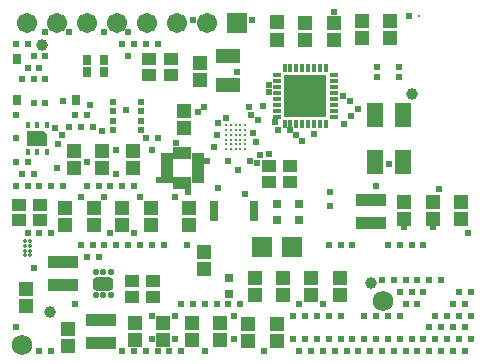
<source format=gbr>
%TF.GenerationSoftware,Altium Limited,Altium Designer,21.9.1 (22)*%
G04 Layer_Color=8388736*
%FSLAX45Y45*%
%MOMM*%
%TF.SameCoordinates,430BEF64-33ED-46D9-BD69-C1E45A4CD6A6*%
%TF.FilePolarity,Negative*%
%TF.FileFunction,Soldermask,Top*%
%TF.Part,Single*%
G01*
G75*
%TA.AperFunction,SMDPad,CuDef*%
%ADD21R,0.80000X1.70000*%
%ADD26R,0.40000X0.55000*%
%ADD28R,0.57247X0.61535*%
%ADD30R,0.70000X0.65000*%
%TA.AperFunction,ViaPad*%
%ADD55C,0.30000*%
%TA.AperFunction,SMDPad,CuDef*%
%ADD65C,0.60320*%
%TA.AperFunction,ViaPad*%
%ADD66C,1.00320*%
%ADD67C,1.72720*%
%TA.AperFunction,ComponentPad*%
%ADD68C,1.70320*%
%ADD69R,1.70320X1.70320*%
%TA.AperFunction,ViaPad*%
%ADD70C,0.60320*%
%ADD71C,0.40320*%
%TA.AperFunction,SMDPad,CuDef*%
%ADD77R,1.15320X1.00320*%
%ADD78O,0.74000X0.39000*%
%ADD79O,0.39000X0.74000*%
%ADD80R,3.65320X3.65320*%
%ADD81R,1.12820X0.50320*%
%ADD82R,0.50320X1.00320*%
%TA.AperFunction,BGAPad,CuDef*%
%ADD83C,0.33000*%
%TA.AperFunction,SMDPad,CuDef*%
%ADD84R,1.40320X2.00320*%
%ADD85R,2.00320X1.20320*%
%ADD86R,0.80320X0.90320*%
%ADD87R,1.70320X1.70320*%
G04:AMPARAMS|DCode=88|XSize=1.14mm|YSize=1.74mm|CornerRadius=0.32mm|HoleSize=0mm|Usage=FLASHONLY|Rotation=90.000|XOffset=0mm|YOffset=0mm|HoleType=Round|Shape=RoundedRectangle|*
%AMROUNDEDRECTD88*
21,1,1.14000,1.10000,0,0,90.0*
21,1,0.50000,1.74000,0,0,90.0*
1,1,0.64000,0.55000,0.25000*
1,1,0.64000,0.55000,-0.25000*
1,1,0.64000,-0.55000,-0.25000*
1,1,0.64000,-0.55000,0.25000*
%
%ADD88ROUNDEDRECTD88*%
G04:AMPARAMS|DCode=89|XSize=0.59mm|YSize=0.44mm|CornerRadius=0.145mm|HoleSize=0mm|Usage=FLASHONLY|Rotation=90.000|XOffset=0mm|YOffset=0mm|HoleType=Round|Shape=RoundedRectangle|*
%AMROUNDEDRECTD89*
21,1,0.59000,0.15000,0,0,90.0*
21,1,0.30000,0.44000,0,0,90.0*
1,1,0.29000,0.07500,0.15000*
1,1,0.29000,0.07500,-0.15000*
1,1,0.29000,-0.07500,-0.15000*
1,1,0.29000,-0.07500,0.15000*
%
%ADD89ROUNDEDRECTD89*%
%TA.AperFunction,BGAPad,CuDef*%
%ADD90R,0.60320X0.60320*%
%TA.AperFunction,SMDPad,CuDef*%
%ADD91R,0.70320X0.90320*%
%ADD92R,2.50320X1.05320*%
%TA.AperFunction,ConnectorPad*%
%ADD93R,2.50320X1.05320*%
%ADD94R,1.15320X1.00320*%
%TA.AperFunction,SMDPad,CuDef*%
%ADD95R,1.25320X1.15320*%
%TA.AperFunction,BGAPad,CuDef*%
%ADD96C,0.35320*%
%TA.AperFunction,ConnectorPad*%
%ADD97R,1.25320X1.15320*%
G36*
X155000Y1797500D02*
Y1922500D01*
X295000D01*
X325000Y1892500D01*
Y1797500D01*
X155000D01*
D02*
G37*
D21*
X1740000Y1244725D02*
D03*
X2080000D02*
D03*
D26*
X240000Y1860000D02*
D03*
X320000Y1745000D02*
D03*
X240000D02*
D03*
X160000D02*
D03*
X320000Y1975000D02*
D03*
X240000D02*
D03*
X160000D02*
D03*
D28*
X3300000Y2377144D02*
D03*
Y2462856D02*
D03*
X3117327Y2462856D02*
D03*
Y2377144D02*
D03*
D30*
X2269575Y1307500D02*
D03*
Y1172500D02*
D03*
X2460000Y1307500D02*
D03*
Y1172500D02*
D03*
X1865425Y677500D02*
D03*
Y542500D02*
D03*
D55*
X3469849Y2900000D02*
D03*
D65*
X1680000Y1670000D02*
D03*
X420000Y1810000D02*
D03*
X450000Y1890000D02*
D03*
D66*
X280000Y2650000D02*
D03*
X3410000Y2240000D02*
D03*
X350000Y390000D02*
D03*
X3070000Y640000D02*
D03*
D67*
X3170000Y480000D02*
D03*
X110000Y110000D02*
D03*
D68*
X156000Y2840000D02*
D03*
X410000D02*
D03*
X664000D02*
D03*
X918000D02*
D03*
X1172000D02*
D03*
X1426000D02*
D03*
X1680000D02*
D03*
D69*
X1934000D02*
D03*
D70*
X3910003Y560002D02*
D03*
X3860003Y460002D02*
D03*
X3910003Y360002D02*
D03*
X3860003Y260002D02*
D03*
X3910003Y160001D02*
D03*
X3860003Y60001D02*
D03*
X3810003Y560002D02*
D03*
X3760003Y460002D02*
D03*
X3810003Y360002D02*
D03*
X3760003Y260002D02*
D03*
X3810003Y160001D02*
D03*
X3760003Y60001D02*
D03*
X3660003Y660002D02*
D03*
X3710003Y360002D02*
D03*
X3660003Y260002D02*
D03*
X3710003Y160001D02*
D03*
X3660003Y60001D02*
D03*
X3560003Y660002D02*
D03*
X3610003Y360002D02*
D03*
X3560003Y260002D02*
D03*
X3610003Y160001D02*
D03*
X3560003Y60001D02*
D03*
X3510003Y960002D02*
D03*
X3460003Y660002D02*
D03*
X3510003Y560002D02*
D03*
X3460003Y460002D02*
D03*
X3510003Y160001D02*
D03*
X3460003Y60001D02*
D03*
X3410003Y960002D02*
D03*
X3360003Y660002D02*
D03*
X3410003Y560002D02*
D03*
X3360003Y460002D02*
D03*
X3410003Y160001D02*
D03*
X3360003Y60001D02*
D03*
X3310003Y960002D02*
D03*
X3260003Y660002D02*
D03*
X3310003Y560002D02*
D03*
Y360002D02*
D03*
Y160001D02*
D03*
X3260003Y60001D02*
D03*
X3210003Y960002D02*
D03*
X3160003Y660002D02*
D03*
X3210003Y360002D02*
D03*
Y160001D02*
D03*
X3160003Y60001D02*
D03*
X3110003Y360002D02*
D03*
Y160001D02*
D03*
X3060003Y60001D02*
D03*
X3010003Y360002D02*
D03*
Y160001D02*
D03*
X2960003Y60001D02*
D03*
X2910003Y960002D02*
D03*
Y160001D02*
D03*
X2860003Y60001D02*
D03*
X2810003Y960002D02*
D03*
Y360002D02*
D03*
Y160001D02*
D03*
X2760003Y60001D02*
D03*
X2710003Y960002D02*
D03*
X2660003Y460002D02*
D03*
X2710003Y360002D02*
D03*
Y160001D02*
D03*
X2660003Y60001D02*
D03*
X2610003Y360002D02*
D03*
Y160001D02*
D03*
X2560003Y60001D02*
D03*
X2460003Y460002D02*
D03*
X2510003Y360002D02*
D03*
Y160001D02*
D03*
X2460003Y60001D02*
D03*
X2410003Y360002D02*
D03*
Y160001D02*
D03*
X2160003Y60001D02*
D03*
X2060002Y2860003D02*
D03*
X1960002Y460002D02*
D03*
X1860002D02*
D03*
X1910002Y360002D02*
D03*
Y160001D02*
D03*
X1760002Y460002D02*
D03*
X1660002D02*
D03*
Y60001D02*
D03*
X1560002Y2860003D02*
D03*
Y460002D02*
D03*
X1510002Y960002D02*
D03*
X1460002Y460002D02*
D03*
Y60001D02*
D03*
X1410002Y1360002D02*
D03*
Y360002D02*
D03*
Y160001D02*
D03*
X1360002Y60001D02*
D03*
X1260002Y2660003D02*
D03*
Y1860002D02*
D03*
X1310002Y960002D02*
D03*
X1260002Y60001D02*
D03*
X1160002Y2660003D02*
D03*
Y1860002D02*
D03*
X1210002Y1760002D02*
D03*
Y960002D02*
D03*
Y360002D02*
D03*
Y160001D02*
D03*
X1160002Y60001D02*
D03*
X1060002Y2660003D02*
D03*
Y1460002D02*
D03*
X1110002Y1360002D02*
D03*
X1060002Y1060002D02*
D03*
X1110002Y960002D02*
D03*
X1060002Y60001D02*
D03*
X1010002Y2760003D02*
D03*
X960002Y2660003D02*
D03*
X1010002Y2560003D02*
D03*
X960002Y1460002D02*
D03*
X1010002Y960002D02*
D03*
X960002Y60001D02*
D03*
X910002Y1760002D02*
D03*
Y1560002D02*
D03*
X860002Y1460002D02*
D03*
Y1060002D02*
D03*
X910002Y960002D02*
D03*
X810002Y2760003D02*
D03*
X760002Y1460002D02*
D03*
X810002Y1360002D02*
D03*
Y960002D02*
D03*
X760002Y860002D02*
D03*
X660002Y2060002D02*
D03*
X710002Y1960002D02*
D03*
X660002Y1660002D02*
D03*
Y1460002D02*
D03*
X710002Y960002D02*
D03*
X660002Y860002D02*
D03*
X560002Y2060002D02*
D03*
X610002Y1960002D02*
D03*
Y1360002D02*
D03*
Y960002D02*
D03*
X560002Y460002D02*
D03*
X510002Y2760003D02*
D03*
Y1960002D02*
D03*
X460002Y1460002D02*
D03*
X360002D02*
D03*
Y1060002D02*
D03*
Y60001D02*
D03*
X310001Y2760003D02*
D03*
Y2560003D02*
D03*
X260002Y2460003D02*
D03*
X310001Y2360003D02*
D03*
Y2160003D02*
D03*
X260002Y1460002D02*
D03*
Y1060002D02*
D03*
Y60001D02*
D03*
X160001Y2660003D02*
D03*
X210001Y2560003D02*
D03*
X160001Y2460003D02*
D03*
X210001Y2360003D02*
D03*
Y2160003D02*
D03*
X160001Y1660002D02*
D03*
X210001Y1560002D02*
D03*
X160001Y1460002D02*
D03*
Y1060002D02*
D03*
X210001Y760002D02*
D03*
X60001Y2660003D02*
D03*
X110001Y2360003D02*
D03*
X60001Y2060002D02*
D03*
Y1860002D02*
D03*
Y1660002D02*
D03*
X110001Y1560002D02*
D03*
X60001Y1460002D02*
D03*
Y260002D02*
D03*
X1270000Y1510000D02*
D03*
X460000Y2180000D02*
D03*
X1650000Y2130000D02*
D03*
X2030000D02*
D03*
X2050000Y2060000D02*
D03*
X1600000Y2080000D02*
D03*
X2201083Y2251083D02*
D03*
X2200000Y2310000D02*
D03*
X2384802Y1928760D02*
D03*
X2430000Y1890000D02*
D03*
X2480000Y1840000D02*
D03*
X2155920Y2135425D02*
D03*
X2830000Y2220000D02*
D03*
X2890000Y2180000D02*
D03*
X2900000Y2050000D02*
D03*
X3320000Y1320000D02*
D03*
X3070000Y1341200D02*
D03*
X3111486Y1454727D02*
D03*
X2270000Y290000D02*
D03*
X2200000Y1730000D02*
D03*
X2250000Y2000000D02*
D03*
X2100000Y1650000D02*
D03*
X3100000Y1640000D02*
D03*
X3350000Y1110000D02*
D03*
X3590000D02*
D03*
X2750000Y2930000D02*
D03*
X1520000Y1410000D02*
D03*
X990000Y2100000D02*
D03*
X1770000Y1440000D02*
D03*
X2070000Y1910000D02*
D03*
X2090000Y1830000D02*
D03*
X280000Y1860000D02*
D03*
X200000D02*
D03*
X2270000Y1170000D02*
D03*
X2460000D02*
D03*
X3390000Y2900000D02*
D03*
X2990000Y2850000D02*
D03*
X2510000Y2840000D02*
D03*
X2270000D02*
D03*
X1620000Y2360000D02*
D03*
X3340000Y2060000D02*
D03*
X1860000Y1670000D02*
D03*
X2960000Y2110000D02*
D03*
X2840000Y1980000D02*
D03*
X690000Y2140000D02*
D03*
X2110000Y2020000D02*
D03*
X1760000Y1890000D02*
D03*
X1420000Y1820000D02*
D03*
X1770000Y1990000D02*
D03*
X790000Y1750000D02*
D03*
Y1920000D02*
D03*
X390000Y1950000D02*
D03*
X410000Y1607500D02*
D03*
X1477500Y2090000D02*
D03*
X2280000Y1930000D02*
D03*
X3640000Y1430000D02*
D03*
X3890000Y1060000D02*
D03*
X2000000Y1390000D02*
D03*
X2720000Y1410000D02*
D03*
X2400000Y940000D02*
D03*
X2720000Y1290000D02*
D03*
X2080000Y1240000D02*
D03*
X3220000Y1640000D02*
D03*
X1930000Y2420000D02*
D03*
X65433Y2186175D02*
D03*
X2585636Y1899758D02*
D03*
X1740000Y1790000D02*
D03*
X810000Y2430000D02*
D03*
X1370000Y2400000D02*
D03*
X806178Y2525491D02*
D03*
X1189575Y2405000D02*
D03*
X1190000Y2520000D02*
D03*
X1370000Y2530000D02*
D03*
X2040000Y1670000D02*
D03*
X1840000Y2030000D02*
D03*
X1940000Y1590000D02*
D03*
X2130000Y1719900D02*
D03*
D71*
X2510000Y2367500D02*
D03*
X2657500Y2220000D02*
D03*
X2362500D02*
D03*
X2510000Y2072500D02*
D03*
Y2220000D02*
D03*
X747500Y630000D02*
D03*
X852500D02*
D03*
D77*
X1220000Y650000D02*
D03*
Y520000D02*
D03*
X1039574Y650000D02*
D03*
Y520000D02*
D03*
X268298Y1300000D02*
D03*
Y1170000D02*
D03*
X2380000Y1495000D02*
D03*
Y1625000D02*
D03*
X2199575Y1625000D02*
D03*
Y1495000D02*
D03*
X1370000Y2530074D02*
D03*
Y2400074D02*
D03*
X1189575Y2530074D02*
D03*
Y2400074D02*
D03*
D78*
X2750000Y2395000D02*
D03*
Y2345000D02*
D03*
Y2295000D02*
D03*
Y2245000D02*
D03*
Y2195000D02*
D03*
Y2145000D02*
D03*
Y2095000D02*
D03*
Y2045000D02*
D03*
X2270000D02*
D03*
Y2095000D02*
D03*
Y2145000D02*
D03*
Y2195000D02*
D03*
Y2245000D02*
D03*
Y2295000D02*
D03*
Y2345000D02*
D03*
Y2395000D02*
D03*
D79*
X2685000Y1980000D02*
D03*
X2635000D02*
D03*
X2585000D02*
D03*
X2535000D02*
D03*
X2485000D02*
D03*
X2435000D02*
D03*
X2385000D02*
D03*
X2335000D02*
D03*
Y2460000D02*
D03*
X2385000D02*
D03*
X2435000D02*
D03*
X2485000D02*
D03*
X2535000D02*
D03*
X2585000D02*
D03*
X2635000D02*
D03*
X2685000D02*
D03*
D80*
X2510000Y2220000D02*
D03*
D81*
X1341200Y1510000D02*
D03*
Y1710000D02*
D03*
Y1660000D02*
D03*
Y1560000D02*
D03*
Y1610000D02*
D03*
X1598750Y1510000D02*
D03*
Y1710000D02*
D03*
Y1660000D02*
D03*
Y1560000D02*
D03*
Y1610000D02*
D03*
D82*
X1420000Y1737500D02*
D03*
X1470000D02*
D03*
X1520000D02*
D03*
X1420000Y1482500D02*
D03*
X1470000D02*
D03*
X1520000D02*
D03*
D83*
X2000000Y1770000D02*
D03*
X1840000Y1970000D02*
D03*
X1880000D02*
D03*
X1920000D02*
D03*
X1960000D02*
D03*
X2000000D02*
D03*
X1840000Y1930000D02*
D03*
X1880000D02*
D03*
X1920000D02*
D03*
X1960000D02*
D03*
X2000000D02*
D03*
X1840000Y1890000D02*
D03*
Y1850000D02*
D03*
Y1810000D02*
D03*
Y1770000D02*
D03*
X1880000Y1890000D02*
D03*
Y1850000D02*
D03*
Y1810000D02*
D03*
Y1770000D02*
D03*
X1920000Y1890000D02*
D03*
Y1850000D02*
D03*
Y1810000D02*
D03*
Y1770000D02*
D03*
X1960000Y1890000D02*
D03*
Y1850000D02*
D03*
Y1810000D02*
D03*
Y1770000D02*
D03*
X2000000Y1890000D02*
D03*
Y1850000D02*
D03*
Y1810000D02*
D03*
D84*
X3100000Y2060000D02*
D03*
Y1660000D02*
D03*
X3340000D02*
D03*
Y2060000D02*
D03*
D85*
X1860000Y2310000D02*
D03*
Y2560000D02*
D03*
D86*
X806178Y2425491D02*
D03*
X666178D02*
D03*
X806178Y2525491D02*
D03*
X666178D02*
D03*
D87*
X2145000Y940000D02*
D03*
X2395000D02*
D03*
D88*
X800000Y630000D02*
D03*
D89*
X865000Y727500D02*
D03*
X800000D02*
D03*
X735000D02*
D03*
X865000Y532500D02*
D03*
X800000D02*
D03*
X735000D02*
D03*
D90*
X1120000Y2168025D02*
D03*
Y1928025D02*
D03*
X880000Y2088025D02*
D03*
Y2168025D02*
D03*
Y2008025D02*
D03*
X1120000D02*
D03*
X880000Y1928025D02*
D03*
X1120000Y2088025D02*
D03*
D91*
X65433Y2186175D02*
D03*
X565433D02*
D03*
X65433Y2536175D02*
D03*
D92*
X3070000Y1337500D02*
D03*
Y1142500D02*
D03*
X460000Y815000D02*
D03*
Y620000D02*
D03*
D93*
X780000Y125000D02*
D03*
Y320000D02*
D03*
D94*
X87873Y1170000D02*
D03*
Y1300000D02*
D03*
D95*
X790425Y1752500D02*
D03*
Y1607500D02*
D03*
X550000Y1752500D02*
D03*
Y1607500D02*
D03*
X1050000D02*
D03*
Y1752500D02*
D03*
X2561702Y537500D02*
D03*
Y682500D02*
D03*
X1650000Y757500D02*
D03*
Y902500D02*
D03*
X2509998Y2840316D02*
D03*
Y2695316D02*
D03*
X2269573Y2697500D02*
D03*
Y2842500D02*
D03*
X2750424Y2840316D02*
D03*
Y2695316D02*
D03*
X1620000Y2357500D02*
D03*
Y2502500D02*
D03*
X3350000Y1322500D02*
D03*
Y1177500D02*
D03*
X3830851Y1322500D02*
D03*
Y1177500D02*
D03*
X3590425Y1322500D02*
D03*
Y1177500D02*
D03*
X1530000Y1127925D02*
D03*
Y1272925D02*
D03*
X959574Y1125000D02*
D03*
Y1270000D02*
D03*
X1200000D02*
D03*
Y1125000D02*
D03*
X719149D02*
D03*
Y1270000D02*
D03*
X478723Y1125425D02*
D03*
Y1270425D02*
D03*
X1548724Y150000D02*
D03*
Y295000D02*
D03*
X2990849Y2709049D02*
D03*
Y2854049D02*
D03*
X3231275Y2854049D02*
D03*
Y2709049D02*
D03*
X150000Y585000D02*
D03*
Y440000D02*
D03*
X2080851Y682500D02*
D03*
Y537500D02*
D03*
X2802127Y682500D02*
D03*
Y537500D02*
D03*
X2321276Y682500D02*
D03*
Y537500D02*
D03*
X1308298Y300000D02*
D03*
Y155000D02*
D03*
X1067873Y300000D02*
D03*
Y155000D02*
D03*
X2270000Y290000D02*
D03*
Y145000D02*
D03*
X1789149Y295000D02*
D03*
Y150000D02*
D03*
X2029575Y292500D02*
D03*
Y147500D02*
D03*
X1480000Y2092500D02*
D03*
Y1947500D02*
D03*
D96*
X140000Y990000D02*
D03*
X180000D02*
D03*
X140000Y950000D02*
D03*
X180000D02*
D03*
X140000Y910000D02*
D03*
X180000D02*
D03*
X140000Y870000D02*
D03*
X180000D02*
D03*
D97*
X500000Y105000D02*
D03*
Y250000D02*
D03*
%TF.MD5,7a066f538c5072cd715c99f42affedf8*%
M02*

</source>
